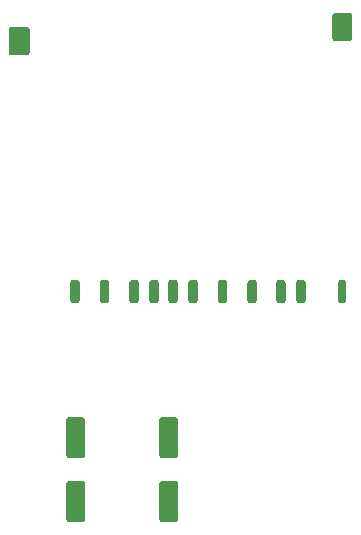
<source format=gtp>
G04 #@! TF.GenerationSoftware,KiCad,Pcbnew,(5.1.6)-1*
G04 #@! TF.CreationDate,2021-01-09T08:19:16+02:00*
G04 #@! TF.ProjectId,MegaDuino_PM_1_3_Buzz,4d656761-4475-4696-9e6f-5f504d5f315f,rev?*
G04 #@! TF.SameCoordinates,Original*
G04 #@! TF.FileFunction,Paste,Top*
G04 #@! TF.FilePolarity,Positive*
%FSLAX46Y46*%
G04 Gerber Fmt 4.6, Leading zero omitted, Abs format (unit mm)*
G04 Created by KiCad (PCBNEW (5.1.6)-1) date 2021-01-09 08:19:16*
%MOMM*%
%LPD*%
G01*
G04 APERTURE LIST*
G04 APERTURE END LIST*
G36*
G01*
X196003000Y-150688000D02*
X194903000Y-150688000D01*
G75*
G02*
X194653000Y-150438000I0J250000D01*
G01*
X194653000Y-147438000D01*
G75*
G02*
X194903000Y-147188000I250000J0D01*
G01*
X196003000Y-147188000D01*
G75*
G02*
X196253000Y-147438000I0J-250000D01*
G01*
X196253000Y-150438000D01*
G75*
G02*
X196003000Y-150688000I-250000J0D01*
G01*
G37*
G36*
G01*
X196003000Y-156088000D02*
X194903000Y-156088000D01*
G75*
G02*
X194653000Y-155838000I0J250000D01*
G01*
X194653000Y-152838000D01*
G75*
G02*
X194903000Y-152588000I250000J0D01*
G01*
X196003000Y-152588000D01*
G75*
G02*
X196253000Y-152838000I0J-250000D01*
G01*
X196253000Y-155838000D01*
G75*
G02*
X196003000Y-156088000I-250000J0D01*
G01*
G37*
G36*
G01*
X203877000Y-150688000D02*
X202777000Y-150688000D01*
G75*
G02*
X202527000Y-150438000I0J250000D01*
G01*
X202527000Y-147438000D01*
G75*
G02*
X202777000Y-147188000I250000J0D01*
G01*
X203877000Y-147188000D01*
G75*
G02*
X204127000Y-147438000I0J-250000D01*
G01*
X204127000Y-150438000D01*
G75*
G02*
X203877000Y-150688000I-250000J0D01*
G01*
G37*
G36*
G01*
X203877000Y-156088000D02*
X202777000Y-156088000D01*
G75*
G02*
X202527000Y-155838000I0J250000D01*
G01*
X202527000Y-152838000D01*
G75*
G02*
X202777000Y-152588000I250000J0D01*
G01*
X203877000Y-152588000D01*
G75*
G02*
X204127000Y-152838000I0J-250000D01*
G01*
X204127000Y-155838000D01*
G75*
G02*
X203877000Y-156088000I-250000J0D01*
G01*
G37*
G36*
G01*
X189774000Y-116307800D02*
X189774000Y-114408200D01*
G75*
G02*
X190024200Y-114158000I250200J0D01*
G01*
X191323800Y-114158000D01*
G75*
G02*
X191574000Y-114408200I0J-250200D01*
G01*
X191574000Y-116307800D01*
G75*
G02*
X191323800Y-116558000I-250200J0D01*
G01*
X190024200Y-116558000D01*
G75*
G02*
X189774000Y-116307800I0J250200D01*
G01*
G37*
G36*
G01*
X217174000Y-115108100D02*
X217174000Y-113207900D01*
G75*
G02*
X217423900Y-112958000I249900J0D01*
G01*
X218624100Y-112958000D01*
G75*
G02*
X218874000Y-113207900I0J-249900D01*
G01*
X218874000Y-115108100D01*
G75*
G02*
X218624100Y-115358000I-249900J0D01*
G01*
X217423900Y-115358000D01*
G75*
G02*
X217174000Y-115108100I0J249900D01*
G01*
G37*
G36*
G01*
X217664000Y-137308100D02*
X217664000Y-135807900D01*
G75*
G02*
X217913900Y-135558000I249900J0D01*
G01*
X218114100Y-135558000D01*
G75*
G02*
X218364000Y-135807900I0J-249900D01*
G01*
X218364000Y-137308100D01*
G75*
G02*
X218114100Y-137558000I-249900J0D01*
G01*
X217913900Y-137558000D01*
G75*
G02*
X217664000Y-137308100I0J249900D01*
G01*
G37*
G36*
G01*
X214124000Y-137307600D02*
X214124000Y-135808400D01*
G75*
G02*
X214374400Y-135558000I250400J0D01*
G01*
X214673600Y-135558000D01*
G75*
G02*
X214924000Y-135808400I0J-250400D01*
G01*
X214924000Y-137307600D01*
G75*
G02*
X214673600Y-137558000I-250400J0D01*
G01*
X214374400Y-137558000D01*
G75*
G02*
X214124000Y-137307600I0J250400D01*
G01*
G37*
G36*
G01*
X212424000Y-137307600D02*
X212424000Y-135808400D01*
G75*
G02*
X212674400Y-135558000I250400J0D01*
G01*
X212973600Y-135558000D01*
G75*
G02*
X213224000Y-135808400I0J-250400D01*
G01*
X213224000Y-137307600D01*
G75*
G02*
X212973600Y-137558000I-250400J0D01*
G01*
X212674400Y-137558000D01*
G75*
G02*
X212424000Y-137307600I0J250400D01*
G01*
G37*
G36*
G01*
X209994000Y-137307600D02*
X209994000Y-135808400D01*
G75*
G02*
X210244400Y-135558000I250400J0D01*
G01*
X210543600Y-135558000D01*
G75*
G02*
X210794000Y-135808400I0J-250400D01*
G01*
X210794000Y-137307600D01*
G75*
G02*
X210543600Y-137558000I-250400J0D01*
G01*
X210244400Y-137558000D01*
G75*
G02*
X209994000Y-137307600I0J250400D01*
G01*
G37*
G36*
G01*
X207494000Y-137307600D02*
X207494000Y-135808400D01*
G75*
G02*
X207744400Y-135558000I250400J0D01*
G01*
X208043600Y-135558000D01*
G75*
G02*
X208294000Y-135808400I0J-250400D01*
G01*
X208294000Y-137307600D01*
G75*
G02*
X208043600Y-137558000I-250400J0D01*
G01*
X207744400Y-137558000D01*
G75*
G02*
X207494000Y-137307600I0J250400D01*
G01*
G37*
G36*
G01*
X204994000Y-137307600D02*
X204994000Y-135808400D01*
G75*
G02*
X205244400Y-135558000I250400J0D01*
G01*
X205543600Y-135558000D01*
G75*
G02*
X205794000Y-135808400I0J-250400D01*
G01*
X205794000Y-137307600D01*
G75*
G02*
X205543600Y-137558000I-250400J0D01*
G01*
X205244400Y-137558000D01*
G75*
G02*
X204994000Y-137307600I0J250400D01*
G01*
G37*
G36*
G01*
X203294000Y-137307600D02*
X203294000Y-135808400D01*
G75*
G02*
X203544400Y-135558000I250400J0D01*
G01*
X203843600Y-135558000D01*
G75*
G02*
X204094000Y-135808400I0J-250400D01*
G01*
X204094000Y-137307600D01*
G75*
G02*
X203843600Y-137558000I-250400J0D01*
G01*
X203544400Y-137558000D01*
G75*
G02*
X203294000Y-137307600I0J250400D01*
G01*
G37*
G36*
G01*
X201694000Y-137307600D02*
X201694000Y-135808400D01*
G75*
G02*
X201944400Y-135558000I250400J0D01*
G01*
X202243600Y-135558000D01*
G75*
G02*
X202494000Y-135808400I0J-250400D01*
G01*
X202494000Y-137307600D01*
G75*
G02*
X202243600Y-137558000I-250400J0D01*
G01*
X201944400Y-137558000D01*
G75*
G02*
X201694000Y-137307600I0J250400D01*
G01*
G37*
G36*
G01*
X199994000Y-137307600D02*
X199994000Y-135808400D01*
G75*
G02*
X200244400Y-135558000I250400J0D01*
G01*
X200543600Y-135558000D01*
G75*
G02*
X200794000Y-135808400I0J-250400D01*
G01*
X200794000Y-137307600D01*
G75*
G02*
X200543600Y-137558000I-250400J0D01*
G01*
X200244400Y-137558000D01*
G75*
G02*
X199994000Y-137307600I0J250400D01*
G01*
G37*
G36*
G01*
X197494000Y-137307600D02*
X197494000Y-135808400D01*
G75*
G02*
X197744400Y-135558000I250400J0D01*
G01*
X198043600Y-135558000D01*
G75*
G02*
X198294000Y-135808400I0J-250400D01*
G01*
X198294000Y-137307600D01*
G75*
G02*
X198043600Y-137558000I-250400J0D01*
G01*
X197744400Y-137558000D01*
G75*
G02*
X197494000Y-137307600I0J250400D01*
G01*
G37*
G36*
G01*
X194994000Y-137307600D02*
X194994000Y-135808400D01*
G75*
G02*
X195244400Y-135558000I250400J0D01*
G01*
X195543600Y-135558000D01*
G75*
G02*
X195794000Y-135808400I0J-250400D01*
G01*
X195794000Y-137307600D01*
G75*
G02*
X195543600Y-137558000I-250400J0D01*
G01*
X195244400Y-137558000D01*
G75*
G02*
X194994000Y-137307600I0J250400D01*
G01*
G37*
M02*

</source>
